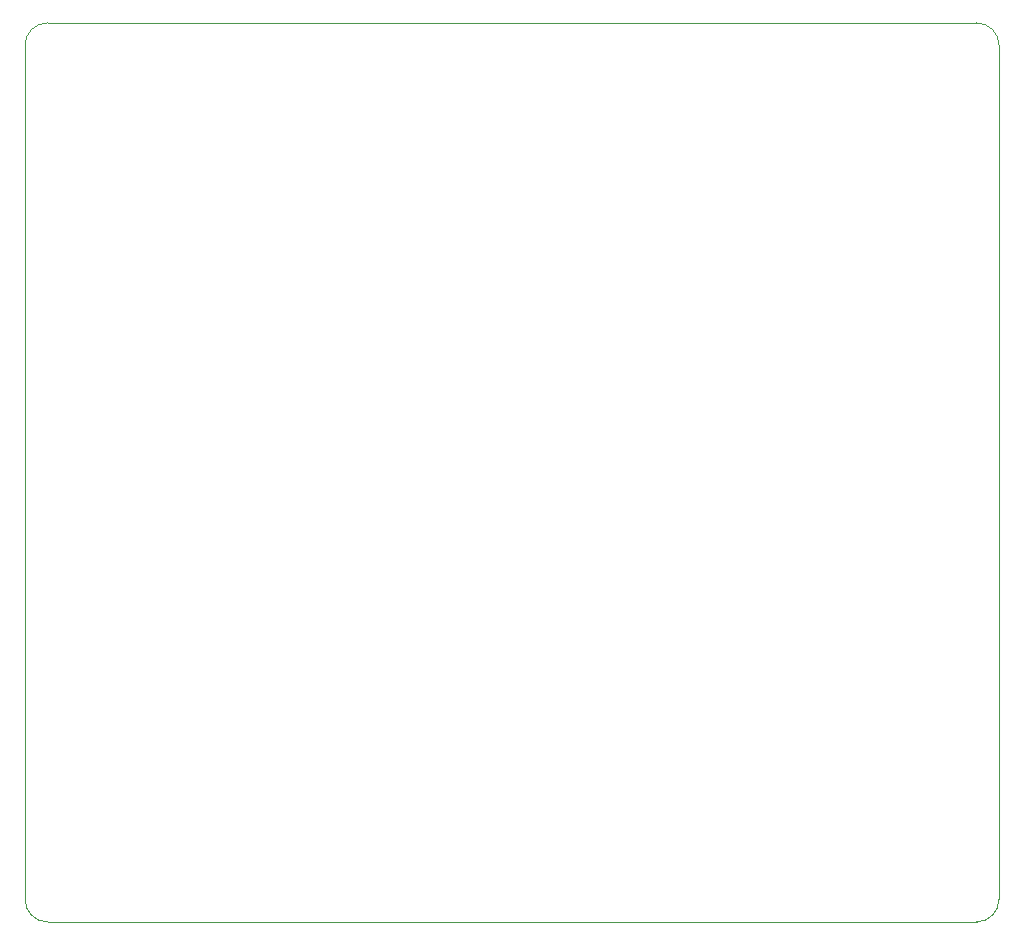
<source format=gbr>
%TF.GenerationSoftware,KiCad,Pcbnew,7.0.1-0*%
%TF.CreationDate,2023-04-20T13:11:41-06:00*%
%TF.ProjectId,Phase_B_ATMEGA_v3,50686173-655f-4425-9f41-544d4547415f,rev?*%
%TF.SameCoordinates,Original*%
%TF.FileFunction,Profile,NP*%
%FSLAX46Y46*%
G04 Gerber Fmt 4.6, Leading zero omitted, Abs format (unit mm)*
G04 Created by KiCad (PCBNEW 7.0.1-0) date 2023-04-20 13:11:41*
%MOMM*%
%LPD*%
G01*
G04 APERTURE LIST*
%TA.AperFunction,Profile*%
%ADD10C,0.100000*%
%TD*%
G04 APERTURE END LIST*
D10*
X128270000Y-102235000D02*
G75*
G03*
X130175000Y-104140000I1905000J0D01*
G01*
X130175000Y-27940000D02*
X208915000Y-27940000D01*
X128270000Y-29845000D02*
X128270000Y-102235000D01*
X210820000Y-29845000D02*
X210820000Y-102235000D01*
X130175000Y-104140000D02*
X208915000Y-104140000D01*
X208915000Y-104140000D02*
G75*
G03*
X210820000Y-102235000I0J1905000D01*
G01*
X210820000Y-29845000D02*
G75*
G03*
X208915000Y-27940000I-1905000J0D01*
G01*
X130175000Y-27940000D02*
G75*
G03*
X128270000Y-29845000I0J-1905000D01*
G01*
M02*

</source>
